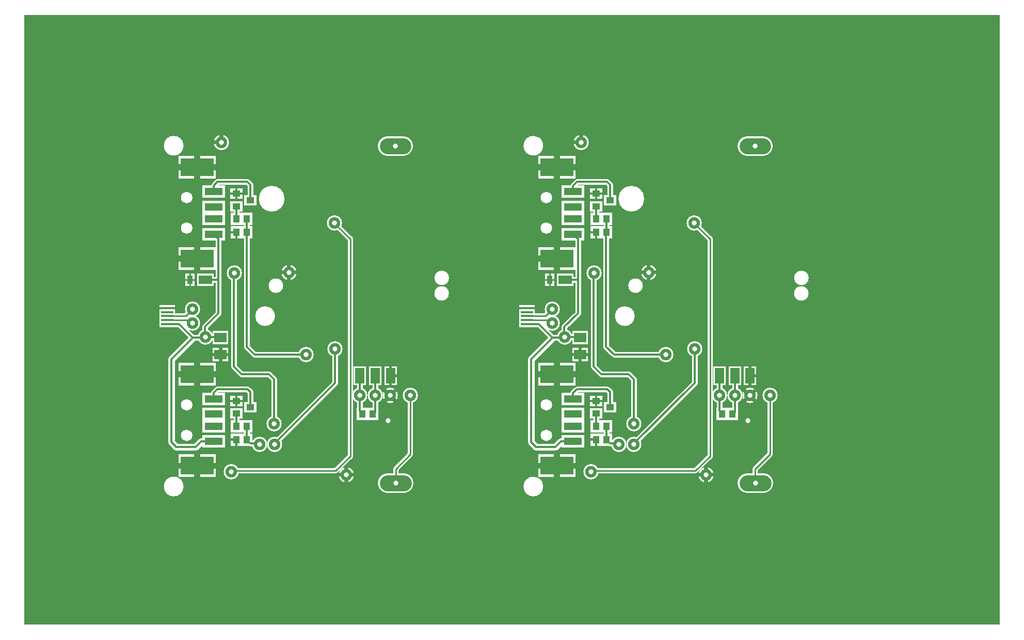
<source format=gbr>
%FSLAX34Y34*%
%MOMM*%
%LNCOPPER_BOTTOM*%
G71*
G01*
%ADD10C,0.000*%
%ADD11R,2.600X1.000*%
%ADD12C,2.500*%
%ADD13C,0.850*%
%ADD14C,3.200*%
%ADD15C,0.300*%
%ADD16R,3.800X2.000*%
%ADD17R,6.200X3.800*%
%ADD18C,1.100*%
%ADD19C,0.900*%
%ADD20R,2.020X1.820*%
%ADD21R,1.900X2.000*%
%ADD22R,2.100X3.100*%
%ADD23R,2.800X2.000*%
%ADD24R,1.500X2.000*%
%ADD25R,2.600X2.200*%
%ADD26C,0.400*%
%ADD27C,0.633*%
%ADD28C,1.000*%
%ADD29C,0.340*%
%ADD30C,0.367*%
%ADD31C,0.500*%
%ADD32C,0.533*%
%ADD33R,2.000X0.400*%
%ADD34R,1.600X2.100*%
%ADD35R,1.900X1.900*%
%ADD36R,1.900X1.800*%
%ADD37C,1.900*%
%ADD38C,0.250*%
%ADD39C,2.600*%
%ADD40R,3.000X1.200*%
%ADD41R,5.400X3.000*%
%ADD42R,1.220X1.020*%
%ADD43R,1.100X1.200*%
%ADD44R,1.500X2.500*%
%ADD45R,2.200X1.400*%
%ADD46R,0.900X1.400*%
%ADD47R,2.000X1.600*%
%ADD48C,0.800*%
%LPD*%
G36*
X-239400Y791200D02*
X1360600Y791200D01*
X1360600Y-208800D01*
X-239400Y-208800D01*
X-239400Y791200D01*
G37*
%LPC*%
G54D10*
G75*
G01X456515Y334760D02*
G03X456515Y334760I-11500J0D01*
G01*
G36*
G75*
G01X456515Y334760D02*
G03X456515Y334760I-11500J0D01*
G01*
G37*
X456515Y334760D01*
G54D10*
G75*
G01X456715Y360160D02*
G03X456715Y360160I-11500J0D01*
G01*
G36*
G75*
G01X456715Y360160D02*
G03X456715Y360160I-11500J0D01*
G01*
G37*
X456715Y360160D01*
G54D10*
G75*
G01X184615Y347460D02*
G03X184615Y347460I-11500J0D01*
G01*
G36*
G75*
G01X184615Y347460D02*
G03X184615Y347460I-11500J0D01*
G01*
G37*
X184615Y347460D01*
X-5250Y291092D02*
G54D11*
D03*
X-5250Y297592D02*
G54D11*
D03*
X-5250Y304092D02*
G54D11*
D03*
X-5250Y310592D02*
G54D11*
D03*
X-5250Y284592D02*
G54D11*
D03*
X36750Y309030D02*
G54D12*
D03*
X84000Y582638D02*
G54D12*
D03*
X57200Y263222D02*
G54D12*
D03*
X36450Y285930D02*
G54D12*
D03*
G54D13*
X-3250Y291092D02*
X31288Y291092D01*
X36450Y285930D01*
G54D13*
X-3250Y297592D02*
X25313Y297592D01*
X36750Y309030D01*
X269600Y450700D02*
G54D12*
D03*
X100000Y42400D02*
G54D12*
D03*
X270100Y243400D02*
G54D12*
D03*
X170700Y87000D02*
G54D12*
D03*
G54D13*
X269600Y450700D02*
X269600Y449800D01*
X295300Y424100D01*
X295300Y68000D01*
X270900Y43600D01*
X101200Y43600D01*
X100000Y42400D01*
G54D14*
X356700Y23400D02*
X382700Y23400D01*
G54D14*
X356200Y576200D02*
X382200Y576200D01*
X393900Y167200D02*
G54D12*
D03*
X360600Y167300D02*
G54D12*
D03*
X194500Y369300D02*
G54D12*
D03*
G54D15*
G75*
G01X20000Y577000D02*
G03X20000Y577000I-14500J0D01*
G01*
G36*
G75*
G01X20000Y577000D02*
G03X20000Y577000I-14500J0D01*
G01*
G37*
X20000Y577000D01*
G54D15*
G75*
G01X20000Y18000D02*
G03X20000Y18000I-14500J0D01*
G01*
G36*
G75*
G01X20000Y18000D02*
G03X20000Y18000I-14500J0D01*
G01*
G37*
X20000Y18000D01*
G54D15*
G75*
G01X170000Y297500D02*
G03X170000Y297500I-14500J0D01*
G01*
G36*
G75*
G01X170000Y297500D02*
G03X170000Y297500I-14500J0D01*
G01*
G37*
X170000Y297500D01*
G54D15*
G75*
G01X185700Y490100D02*
G03X185700Y490100I-19400J0D01*
G01*
G36*
G75*
G01X185700Y490100D02*
G03X185700Y490100I-19400J0D01*
G01*
G37*
X185700Y490100D01*
X288900Y37400D02*
G54D12*
D03*
G54D13*
X393900Y167200D02*
X393900Y70800D01*
X369600Y46500D01*
X369600Y23500D01*
X369700Y23400D01*
X70808Y476958D02*
G54D16*
D03*
X70808Y456958D02*
G54D16*
D03*
X70808Y431958D02*
G54D16*
D03*
X70808Y501958D02*
G54D16*
D03*
X43808Y541958D02*
G54D17*
D03*
X43808Y391958D02*
G54D17*
D03*
X70808Y136958D02*
G54D16*
D03*
X70808Y116958D02*
G54D16*
D03*
X70808Y91958D02*
G54D16*
D03*
X70808Y161958D02*
G54D16*
D03*
X43808Y201958D02*
G54D17*
D03*
X43808Y51958D02*
G54D17*
D03*
G54D18*
X36600Y262321D02*
X36600Y261700D01*
X1500Y226600D01*
X1500Y91000D01*
X9500Y83000D01*
X41500Y83000D01*
X50700Y92200D01*
X70566Y92200D01*
X70808Y91958D01*
G54D19*
X-5850Y284592D02*
X14330Y284592D01*
X36600Y262321D01*
X56300Y262322D01*
X57200Y263222D01*
G54D19*
X70808Y431958D02*
X78700Y424066D01*
X78700Y302300D01*
X56400Y280000D01*
X56400Y264022D01*
X57200Y263222D01*
G54D15*
G75*
G01X34616Y491958D02*
G03X34616Y491958I-7808J0D01*
G01*
G36*
G75*
G01X34616Y491958D02*
G03X34616Y491958I-7808J0D01*
G01*
G37*
X34616Y491958D01*
G54D15*
G75*
G01X34616Y441958D02*
G03X34616Y441958I-7808J0D01*
G01*
G36*
G75*
G01X34616Y441958D02*
G03X34616Y441958I-7808J0D01*
G01*
G37*
X34616Y441958D01*
G54D15*
G75*
G01X34616Y151958D02*
G03X34616Y151958I-7808J0D01*
G01*
G36*
G75*
G01X34616Y151958D02*
G03X34616Y151958I-7808J0D01*
G01*
G37*
X34616Y151958D01*
G54D15*
G75*
G01X34616Y101958D02*
G03X34616Y101958I-7808J0D01*
G01*
G36*
G75*
G01X34616Y101958D02*
G03X34616Y101958I-7808J0D01*
G01*
G37*
X34616Y101958D01*
X223000Y234300D02*
G54D12*
D03*
X131117Y487953D02*
G54D20*
D03*
X108217Y477753D02*
G54D20*
D03*
X108217Y498153D02*
G54D20*
D03*
X125413Y456914D02*
G54D21*
D03*
X108413Y456914D02*
G54D21*
D03*
X125413Y435014D02*
G54D21*
D03*
X108413Y435014D02*
G54D21*
D03*
G54D19*
X108413Y456914D02*
X108413Y477557D01*
X108217Y477753D01*
G54D19*
X125413Y435014D02*
X125413Y456914D01*
G54D19*
X223000Y234300D02*
X138000Y234300D01*
X124900Y247400D01*
X124900Y434501D01*
X125413Y435014D01*
G54D19*
X70808Y501958D02*
X70808Y511608D01*
X77200Y518000D01*
X126300Y518000D01*
X131100Y513200D01*
X131100Y487971D01*
X131117Y487953D01*
X131117Y147953D02*
G54D20*
D03*
X108217Y137753D02*
G54D20*
D03*
X108217Y158153D02*
G54D20*
D03*
X125413Y116914D02*
G54D21*
D03*
X108413Y116914D02*
G54D21*
D03*
X125413Y95014D02*
G54D21*
D03*
X108413Y95014D02*
G54D21*
D03*
G54D19*
X108413Y116914D02*
X108413Y137557D01*
X108217Y137753D01*
G54D19*
X125413Y95014D02*
X125413Y116914D01*
G54D19*
X70808Y161958D02*
X70808Y171608D01*
X77200Y178000D01*
X126300Y178000D01*
X131100Y173200D01*
X131100Y147971D01*
X131117Y147953D01*
X146100Y87300D02*
G54D12*
D03*
X311100Y167400D02*
G54D12*
D03*
X336000Y167200D02*
G54D12*
D03*
X332068Y137000D02*
G54D21*
D03*
X315068Y137000D02*
G54D21*
D03*
G54D19*
X336000Y167200D02*
X336000Y139932D01*
X333068Y137000D01*
G54D19*
X311100Y167400D02*
X311100Y141968D01*
X316068Y137000D01*
X310800Y199900D02*
G54D22*
D03*
X336400Y199700D02*
G54D22*
D03*
X361100Y199700D02*
G54D22*
D03*
G54D19*
X311100Y167400D02*
X311100Y199600D01*
X310800Y199900D01*
G54D19*
X336000Y167200D02*
X336000Y199100D01*
X335400Y199700D01*
X170500Y120600D02*
G54D12*
D03*
G54D19*
X270100Y243400D02*
X270100Y187900D01*
X170700Y88500D01*
G54D19*
X146100Y88800D02*
X131628Y88800D01*
X125413Y95014D01*
X104700Y367800D02*
G54D12*
D03*
G54D19*
X170500Y120600D02*
X170500Y193800D01*
X161700Y202600D01*
X116900Y202600D01*
X104500Y215000D01*
X104500Y359700D01*
X104700Y372100D01*
G36*
X36750Y309030D02*
X36750Y286230D01*
X36450Y285930D01*
X36450Y283850D01*
X25800Y273200D01*
X25722Y273200D01*
X14330Y284592D01*
X-5250Y284592D01*
X-5250Y297592D01*
X25313Y297592D01*
X36750Y309030D01*
G37*
G54D15*
X36750Y309030D02*
X36750Y286230D01*
X36450Y285930D01*
X36450Y283850D01*
X25800Y273200D01*
X25722Y273200D01*
X14330Y284592D01*
X-5250Y284592D01*
X-5250Y297592D01*
X25313Y297592D01*
X36750Y309030D01*
X57926Y356767D02*
G54D23*
D03*
X32526Y356767D02*
G54D24*
D03*
X82507Y234612D02*
G54D25*
D03*
X82508Y262612D02*
G54D25*
D03*
G54D19*
X57200Y263222D02*
X81898Y263222D01*
X82508Y262612D01*
G54D19*
X57926Y356767D02*
X78667Y356767D01*
X78700Y356800D01*
G54D10*
G75*
G01X1046515Y334760D02*
G03X1046515Y334760I-11500J0D01*
G01*
G36*
G75*
G01X1046515Y334760D02*
G03X1046515Y334760I-11500J0D01*
G01*
G37*
X1046515Y334760D01*
G54D10*
G75*
G01X1046715Y360160D02*
G03X1046715Y360160I-11500J0D01*
G01*
G36*
G75*
G01X1046715Y360160D02*
G03X1046715Y360160I-11500J0D01*
G01*
G37*
X1046715Y360160D01*
G54D10*
G75*
G01X774615Y347460D02*
G03X774615Y347460I-11500J0D01*
G01*
G36*
G75*
G01X774615Y347460D02*
G03X774615Y347460I-11500J0D01*
G01*
G37*
X774615Y347460D01*
X584750Y291092D02*
G54D11*
D03*
X584750Y297592D02*
G54D11*
D03*
X584750Y304092D02*
G54D11*
D03*
X584750Y310592D02*
G54D11*
D03*
X584750Y284592D02*
G54D11*
D03*
X626750Y309030D02*
G54D12*
D03*
X674000Y582638D02*
G54D12*
D03*
X647200Y263222D02*
G54D12*
D03*
X626450Y285930D02*
G54D12*
D03*
G54D13*
X586750Y291092D02*
X621288Y291092D01*
X626450Y285930D01*
G54D13*
X586750Y297592D02*
X615313Y297592D01*
X626750Y309030D01*
X859600Y450700D02*
G54D12*
D03*
X690000Y42400D02*
G54D12*
D03*
X860100Y243400D02*
G54D12*
D03*
X760700Y87000D02*
G54D12*
D03*
G54D13*
X859600Y450700D02*
X859600Y449800D01*
X885300Y424100D01*
X885300Y68000D01*
X860900Y43600D01*
X691200Y43600D01*
X690000Y42400D01*
G54D14*
X946700Y23400D02*
X972700Y23400D01*
G54D14*
X946200Y576200D02*
X972200Y576200D01*
X983900Y167200D02*
G54D12*
D03*
X950600Y167300D02*
G54D12*
D03*
X784500Y369300D02*
G54D12*
D03*
G54D15*
G75*
G01X610000Y577000D02*
G03X610000Y577000I-14500J0D01*
G01*
G36*
G75*
G01X610000Y577000D02*
G03X610000Y577000I-14500J0D01*
G01*
G37*
X610000Y577000D01*
G54D15*
G75*
G01X610000Y18000D02*
G03X610000Y18000I-14500J0D01*
G01*
G36*
G75*
G01X610000Y18000D02*
G03X610000Y18000I-14500J0D01*
G01*
G37*
X610000Y18000D01*
G54D15*
G75*
G01X760000Y297500D02*
G03X760000Y297500I-14500J0D01*
G01*
G36*
G75*
G01X760000Y297500D02*
G03X760000Y297500I-14500J0D01*
G01*
G37*
X760000Y297500D01*
G54D15*
G75*
G01X775700Y490100D02*
G03X775700Y490100I-19400J0D01*
G01*
G36*
G75*
G01X775700Y490100D02*
G03X775700Y490100I-19400J0D01*
G01*
G37*
X775700Y490100D01*
X878900Y37400D02*
G54D12*
D03*
G54D13*
X983900Y167200D02*
X983900Y70800D01*
X959600Y46500D01*
X959600Y23500D01*
X959700Y23400D01*
X660808Y476958D02*
G54D16*
D03*
X660808Y456958D02*
G54D16*
D03*
X660808Y431958D02*
G54D16*
D03*
X660808Y501958D02*
G54D16*
D03*
X633808Y541958D02*
G54D17*
D03*
X633808Y391958D02*
G54D17*
D03*
X660808Y136958D02*
G54D16*
D03*
X660808Y116958D02*
G54D16*
D03*
X660808Y91958D02*
G54D16*
D03*
X660808Y161958D02*
G54D16*
D03*
X633808Y201958D02*
G54D17*
D03*
X633808Y51958D02*
G54D17*
D03*
G54D18*
X626600Y262322D02*
X626600Y261700D01*
X591500Y226600D01*
X591500Y91000D01*
X599500Y83000D01*
X631500Y83000D01*
X640700Y92200D01*
X660566Y92200D01*
X660808Y91958D01*
G54D19*
X584150Y284592D02*
X604330Y284592D01*
X626600Y262322D01*
X646300Y262322D01*
X647200Y263222D01*
G54D19*
X660808Y431958D02*
X668700Y424066D01*
X668700Y302300D01*
X646400Y280000D01*
X646400Y264022D01*
X647200Y263222D01*
G54D15*
G75*
G01X624616Y491958D02*
G03X624616Y491958I-7808J0D01*
G01*
G36*
G75*
G01X624616Y491958D02*
G03X624616Y491958I-7808J0D01*
G01*
G37*
X624616Y491958D01*
G54D15*
G75*
G01X624616Y441958D02*
G03X624616Y441958I-7808J0D01*
G01*
G36*
G75*
G01X624616Y441958D02*
G03X624616Y441958I-7808J0D01*
G01*
G37*
X624616Y441958D01*
G54D15*
G75*
G01X624616Y151958D02*
G03X624616Y151958I-7808J0D01*
G01*
G36*
G75*
G01X624616Y151958D02*
G03X624616Y151958I-7808J0D01*
G01*
G37*
X624616Y151958D01*
G54D15*
G75*
G01X624616Y101958D02*
G03X624616Y101958I-7808J0D01*
G01*
G36*
G75*
G01X624616Y101958D02*
G03X624616Y101958I-7808J0D01*
G01*
G37*
X624616Y101958D01*
X813000Y234300D02*
G54D12*
D03*
X721117Y487953D02*
G54D20*
D03*
X698217Y477753D02*
G54D20*
D03*
X698217Y498153D02*
G54D20*
D03*
X715413Y456914D02*
G54D21*
D03*
X698413Y456914D02*
G54D21*
D03*
X715413Y435014D02*
G54D21*
D03*
X698413Y435014D02*
G54D21*
D03*
G54D19*
X698413Y456914D02*
X698413Y477557D01*
X698217Y477753D01*
G54D19*
X715413Y435014D02*
X715413Y456914D01*
G54D19*
X813000Y234300D02*
X728000Y234300D01*
X714900Y247400D01*
X714900Y434501D01*
X715413Y435014D01*
G54D19*
X660808Y501958D02*
X660808Y511608D01*
X667200Y518000D01*
X716300Y518000D01*
X721100Y513200D01*
X721100Y487971D01*
X721117Y487953D01*
X721117Y147953D02*
G54D20*
D03*
X698217Y137753D02*
G54D20*
D03*
X698217Y158153D02*
G54D20*
D03*
X715413Y116914D02*
G54D21*
D03*
X698413Y116914D02*
G54D21*
D03*
X715413Y95014D02*
G54D21*
D03*
X698413Y95014D02*
G54D21*
D03*
G54D19*
X698413Y116914D02*
X698413Y137557D01*
X698217Y137753D01*
G54D19*
X715413Y95014D02*
X715413Y116914D01*
G54D19*
X660808Y161958D02*
X660808Y171608D01*
X667200Y178000D01*
X716300Y178000D01*
X721100Y173200D01*
X721100Y147971D01*
X721117Y147954D01*
X736100Y87300D02*
G54D12*
D03*
X901100Y167400D02*
G54D12*
D03*
X926000Y167200D02*
G54D12*
D03*
X922068Y137000D02*
G54D21*
D03*
X905068Y137000D02*
G54D21*
D03*
G54D19*
X926000Y167200D02*
X926000Y139932D01*
X923068Y137000D01*
G54D19*
X901100Y167400D02*
X901100Y141968D01*
X906068Y137000D01*
X900800Y199900D02*
G54D22*
D03*
X926400Y199700D02*
G54D22*
D03*
X951100Y199700D02*
G54D22*
D03*
G54D19*
X901100Y167400D02*
X901100Y199600D01*
X900800Y199900D01*
G54D19*
X926000Y167200D02*
X926000Y199100D01*
X925400Y199700D01*
X760500Y120600D02*
G54D12*
D03*
G54D19*
X860100Y243400D02*
X860100Y187900D01*
X760700Y88500D01*
G54D19*
X736100Y88800D02*
X721628Y88800D01*
X715413Y95014D01*
X694700Y367800D02*
G54D12*
D03*
G54D19*
X760500Y120600D02*
X760500Y193800D01*
X751700Y202600D01*
X706900Y202600D01*
X694500Y215000D01*
X694500Y359700D01*
X694700Y372100D01*
G36*
X626750Y309030D02*
X626750Y286230D01*
X626450Y285930D01*
X626450Y283850D01*
X615800Y273200D01*
X615722Y273200D01*
X604330Y284592D01*
X584750Y284592D01*
X584750Y297592D01*
X615313Y297592D01*
X626750Y309030D01*
G37*
G54D15*
X626750Y309030D02*
X626750Y286230D01*
X626450Y285930D01*
X626450Y283850D01*
X615800Y273200D01*
X615722Y273200D01*
X604330Y284592D01*
X584750Y284592D01*
X584750Y297592D01*
X615313Y297592D01*
X626750Y309030D01*
X647926Y356767D02*
G54D23*
D03*
X622526Y356767D02*
G54D24*
D03*
X672507Y234612D02*
G54D25*
D03*
X672508Y262612D02*
G54D25*
D03*
G54D19*
X647200Y263222D02*
X671898Y263222D01*
X672508Y262612D01*
G54D19*
X647926Y356767D02*
X668667Y356767D01*
X668700Y356800D01*
%LPD*%
G54D26*
G36*
X-5250Y308592D02*
X-18750Y308592D01*
X-18750Y312592D01*
X-5250Y312592D01*
X-5250Y308592D01*
G37*
G36*
X-5250Y312592D02*
X8250Y312592D01*
X8250Y308592D01*
X-5250Y308592D01*
X-5250Y312592D01*
G37*
G54D27*
G36*
X80833Y582638D02*
X80833Y595638D01*
X87167Y595638D01*
X87167Y582638D01*
X80833Y582638D01*
G37*
G36*
X84000Y579471D02*
X71000Y579471D01*
X71000Y585805D01*
X84000Y585805D01*
X84000Y579471D01*
G37*
G54D27*
G36*
X358361Y169539D02*
X367553Y178732D01*
X372031Y174253D01*
X362839Y165061D01*
X358361Y169539D01*
G37*
G36*
X362839Y169539D02*
X372031Y160347D01*
X367553Y155868D01*
X358361Y165061D01*
X362839Y169539D01*
G37*
G36*
X362839Y165061D02*
X353647Y155868D01*
X349168Y160347D01*
X358361Y169539D01*
X362839Y165061D01*
G37*
G36*
X358361Y165061D02*
X349168Y174253D01*
X353647Y178732D01*
X362839Y169539D01*
X358361Y165061D01*
G37*
G54D27*
G36*
X191333Y369300D02*
X191333Y382300D01*
X197666Y382300D01*
X197666Y369300D01*
X191333Y369300D01*
G37*
G36*
X194500Y372467D02*
X207500Y372467D01*
X207500Y366133D01*
X194500Y366133D01*
X194500Y372467D01*
G37*
G36*
X197666Y369300D02*
X197666Y356300D01*
X191333Y356300D01*
X191333Y369300D01*
X197666Y369300D01*
G37*
G36*
X194500Y366133D02*
X181500Y366133D01*
X181500Y372467D01*
X194500Y372467D01*
X194500Y366133D01*
G37*
G54D27*
G36*
X285733Y37400D02*
X285733Y50400D01*
X292067Y50400D01*
X292067Y37400D01*
X285733Y37400D01*
G37*
G36*
X288900Y40567D02*
X301900Y40567D01*
X301900Y34233D01*
X288900Y34233D01*
X288900Y40567D01*
G37*
G36*
X292067Y37400D02*
X292067Y24400D01*
X285733Y24400D01*
X285733Y37400D01*
X292067Y37400D01*
G37*
G36*
X288900Y34233D02*
X275900Y34233D01*
X275900Y40567D01*
X288900Y40567D01*
X288900Y34233D01*
G37*
G54D28*
G36*
X43808Y546958D02*
X75308Y546958D01*
X75308Y536958D01*
X43808Y536958D01*
X43808Y546958D01*
G37*
G36*
X48808Y541958D02*
X48808Y522458D01*
X38808Y522458D01*
X38808Y541958D01*
X48808Y541958D01*
G37*
G36*
X43808Y536958D02*
X12308Y536958D01*
X12308Y546958D01*
X43808Y546958D01*
X43808Y536958D01*
G37*
G36*
X38808Y541958D02*
X38808Y561458D01*
X48808Y561458D01*
X48808Y541958D01*
X38808Y541958D01*
G37*
G54D28*
G36*
X48808Y391958D02*
X48808Y372458D01*
X38808Y372458D01*
X38808Y391958D01*
X48808Y391958D01*
G37*
G36*
X43808Y386958D02*
X12308Y386958D01*
X12308Y396958D01*
X43808Y396958D01*
X43808Y386958D01*
G37*
G36*
X38808Y391958D02*
X38808Y411458D01*
X48808Y411458D01*
X48808Y391958D01*
X38808Y391958D01*
G37*
G54D28*
G36*
X43808Y206958D02*
X75308Y206958D01*
X75308Y196958D01*
X43808Y196958D01*
X43808Y206958D01*
G37*
G36*
X48808Y201958D02*
X48808Y182458D01*
X38808Y182458D01*
X38808Y201958D01*
X48808Y201958D01*
G37*
G36*
X43808Y196958D02*
X12308Y196958D01*
X12308Y206958D01*
X43808Y206958D01*
X43808Y196958D01*
G37*
G36*
X38808Y201958D02*
X38807Y221458D01*
X48807Y221458D01*
X48808Y201958D01*
X38808Y201958D01*
G37*
G54D28*
G36*
X43808Y56958D02*
X75308Y56958D01*
X75308Y46958D01*
X43808Y46958D01*
X43808Y56958D01*
G37*
G36*
X48808Y51958D02*
X48808Y32458D01*
X38808Y32458D01*
X38808Y51958D01*
X48808Y51958D01*
G37*
G36*
X43808Y46958D02*
X12308Y46958D01*
X12308Y56958D01*
X43808Y56958D01*
X43808Y46958D01*
G37*
G36*
X38808Y51958D02*
X38808Y71458D01*
X48808Y71458D01*
X48808Y51958D01*
X38808Y51958D01*
G37*
G54D29*
G36*
X108217Y496453D02*
X97617Y496453D01*
X97617Y499853D01*
X108217Y499853D01*
X108217Y496453D01*
G37*
G36*
X106517Y498153D02*
X106517Y507753D01*
X109917Y507753D01*
X109917Y498153D01*
X106517Y498153D01*
G37*
G36*
X108217Y499853D02*
X118817Y499853D01*
X118817Y496453D01*
X108217Y496453D01*
X108217Y499853D01*
G37*
G36*
X109917Y498153D02*
X109917Y488553D01*
X106517Y488553D01*
X106517Y498153D01*
X109917Y498153D01*
G37*
G54D30*
G36*
X110247Y435014D02*
X110247Y424514D01*
X106580Y424514D01*
X106580Y435014D01*
X110247Y435014D01*
G37*
G36*
X108413Y433181D02*
X98413Y433181D01*
X98413Y436848D01*
X108413Y436848D01*
X108413Y433181D01*
G37*
G54D29*
G36*
X108217Y156453D02*
X97617Y156453D01*
X97617Y159853D01*
X108217Y159853D01*
X108217Y156453D01*
G37*
G36*
X106517Y158153D02*
X106517Y167753D01*
X109917Y167753D01*
X109917Y158153D01*
X106517Y158153D01*
G37*
G36*
X108217Y159853D02*
X118817Y159854D01*
X118817Y156454D01*
X108217Y156453D01*
X108217Y159853D01*
G37*
G36*
X109917Y158153D02*
X109917Y148553D01*
X106517Y148553D01*
X106517Y158153D01*
X109917Y158153D01*
G37*
G54D30*
G36*
X110247Y95014D02*
X110247Y84514D01*
X106580Y84514D01*
X106580Y95014D01*
X110247Y95014D01*
G37*
G36*
X108413Y93181D02*
X98413Y93181D01*
X98413Y96848D01*
X108413Y96848D01*
X108413Y93181D01*
G37*
G54D31*
G36*
X358600Y199700D02*
X358600Y215700D01*
X363600Y215700D01*
X363600Y199700D01*
X358600Y199700D01*
G37*
G36*
X361100Y202200D02*
X372100Y202200D01*
X372100Y197200D01*
X361100Y197200D01*
X361100Y202200D01*
G37*
G36*
X363600Y199700D02*
X363600Y183700D01*
X358600Y183700D01*
X358600Y199700D01*
X363600Y199700D01*
G37*
G54D15*
G36*
X34026Y356767D02*
X34026Y346267D01*
X31026Y346267D01*
X31026Y356767D01*
X34026Y356767D01*
G37*
G36*
X32526Y355267D02*
X24526Y355267D01*
X24526Y358267D01*
X32526Y358267D01*
X32526Y355267D01*
G37*
G36*
X31026Y356767D02*
X31026Y367267D01*
X34026Y367267D01*
X34026Y356767D01*
X31026Y356767D01*
G37*
G36*
X32526Y358267D02*
X40526Y358267D01*
X40526Y355267D01*
X32526Y355267D01*
X32526Y358267D01*
G37*
G54D32*
G36*
X82507Y231946D02*
X69007Y231946D01*
X69007Y237279D01*
X82507Y237279D01*
X82507Y231946D01*
G37*
G36*
X79840Y234612D02*
X79840Y246112D01*
X85173Y246112D01*
X85173Y234612D01*
X79840Y234612D01*
G37*
G36*
X82507Y237279D02*
X96007Y237279D01*
X96007Y231946D01*
X82507Y231946D01*
X82507Y237279D01*
G37*
G36*
X85173Y234612D02*
X85173Y223112D01*
X79840Y223112D01*
X79840Y234612D01*
X85173Y234612D01*
G37*
G54D26*
G36*
X584750Y308592D02*
X571250Y308592D01*
X571250Y312592D01*
X584750Y312592D01*
X584750Y308592D01*
G37*
G36*
X584750Y312592D02*
X598250Y312592D01*
X598250Y308592D01*
X584750Y308592D01*
X584750Y312592D01*
G37*
G54D27*
G36*
X670833Y582638D02*
X670833Y595638D01*
X677167Y595638D01*
X677167Y582638D01*
X670833Y582638D01*
G37*
G36*
X674000Y579471D02*
X661000Y579471D01*
X661000Y585805D01*
X674000Y585805D01*
X674000Y579471D01*
G37*
G54D27*
G36*
X948361Y169539D02*
X957553Y178732D01*
X962031Y174253D01*
X952839Y165061D01*
X948361Y169539D01*
G37*
G36*
X952839Y169539D02*
X962031Y160347D01*
X957553Y155868D01*
X948361Y165061D01*
X952839Y169539D01*
G37*
G36*
X952839Y165061D02*
X943647Y155868D01*
X939168Y160347D01*
X948361Y169539D01*
X952839Y165061D01*
G37*
G36*
X948361Y165061D02*
X939168Y174253D01*
X943647Y178732D01*
X952839Y169539D01*
X948361Y165061D01*
G37*
G54D27*
G36*
X781333Y369300D02*
X781333Y382300D01*
X787667Y382300D01*
X787667Y369300D01*
X781333Y369300D01*
G37*
G36*
X784500Y372467D02*
X797500Y372467D01*
X797500Y366133D01*
X784500Y366133D01*
X784500Y372467D01*
G37*
G36*
X787667Y369300D02*
X787667Y356300D01*
X781333Y356300D01*
X781333Y369300D01*
X787667Y369300D01*
G37*
G36*
X784500Y366133D02*
X771500Y366133D01*
X771500Y372467D01*
X784500Y372467D01*
X784500Y366133D01*
G37*
G54D27*
G36*
X875733Y37400D02*
X875733Y50400D01*
X882067Y50400D01*
X882067Y37400D01*
X875733Y37400D01*
G37*
G36*
X878900Y40567D02*
X891900Y40567D01*
X891900Y34233D01*
X878900Y34233D01*
X878900Y40567D01*
G37*
G36*
X882067Y37400D02*
X882067Y24400D01*
X875733Y24400D01*
X875733Y37400D01*
X882067Y37400D01*
G37*
G36*
X878900Y34233D02*
X865900Y34233D01*
X865900Y40567D01*
X878900Y40567D01*
X878900Y34233D01*
G37*
G54D28*
G36*
X633808Y546958D02*
X665308Y546958D01*
X665308Y536958D01*
X633808Y536958D01*
X633808Y546958D01*
G37*
G36*
X638808Y541958D02*
X638808Y522458D01*
X628808Y522458D01*
X628808Y541958D01*
X638808Y541958D01*
G37*
G36*
X633808Y536958D02*
X602308Y536958D01*
X602308Y546958D01*
X633808Y546958D01*
X633808Y536958D01*
G37*
G36*
X628808Y541958D02*
X628808Y561458D01*
X638808Y561458D01*
X638808Y541958D01*
X628808Y541958D01*
G37*
G54D28*
G36*
X638808Y391958D02*
X638808Y372458D01*
X628808Y372458D01*
X628808Y391958D01*
X638808Y391958D01*
G37*
G36*
X633808Y386958D02*
X602308Y386958D01*
X602308Y396958D01*
X633808Y396958D01*
X633808Y386958D01*
G37*
G36*
X628808Y391958D02*
X628808Y411458D01*
X638808Y411458D01*
X638808Y391958D01*
X628808Y391958D01*
G37*
G54D28*
G36*
X633808Y206958D02*
X665308Y206958D01*
X665308Y196958D01*
X633808Y196958D01*
X633808Y206958D01*
G37*
G36*
X638808Y201958D02*
X638808Y182458D01*
X628808Y182458D01*
X628808Y201958D01*
X638808Y201958D01*
G37*
G36*
X633808Y196958D02*
X602308Y196958D01*
X602308Y206958D01*
X633808Y206958D01*
X633808Y196958D01*
G37*
G36*
X628808Y201958D02*
X628808Y221458D01*
X638808Y221458D01*
X638808Y201958D01*
X628808Y201958D01*
G37*
G54D28*
G36*
X633808Y56958D02*
X665308Y56958D01*
X665308Y46958D01*
X633808Y46958D01*
X633808Y56958D01*
G37*
G36*
X638808Y51958D02*
X638808Y32458D01*
X628808Y32458D01*
X628808Y51958D01*
X638808Y51958D01*
G37*
G36*
X633808Y46958D02*
X602308Y46958D01*
X602308Y56958D01*
X633808Y56958D01*
X633808Y46958D01*
G37*
G36*
X628808Y51958D02*
X628808Y71458D01*
X638808Y71458D01*
X638808Y51958D01*
X628808Y51958D01*
G37*
G54D29*
G36*
X698217Y496453D02*
X687617Y496453D01*
X687617Y499853D01*
X698217Y499853D01*
X698217Y496453D01*
G37*
G36*
X696517Y498153D02*
X696517Y507753D01*
X699917Y507753D01*
X699917Y498153D01*
X696517Y498153D01*
G37*
G36*
X698217Y499853D02*
X708817Y499853D01*
X708817Y496453D01*
X698217Y496453D01*
X698217Y499853D01*
G37*
G36*
X699917Y498153D02*
X699917Y488553D01*
X696517Y488553D01*
X696517Y498153D01*
X699917Y498153D01*
G37*
G54D30*
G36*
X700247Y435014D02*
X700247Y424514D01*
X696580Y424514D01*
X696580Y435014D01*
X700247Y435014D01*
G37*
G36*
X698413Y433181D02*
X688413Y433181D01*
X688413Y436848D01*
X698413Y436848D01*
X698413Y433181D01*
G37*
G54D29*
G36*
X698217Y156453D02*
X687617Y156453D01*
X687617Y159853D01*
X698217Y159853D01*
X698217Y156453D01*
G37*
G36*
X696517Y158153D02*
X696517Y167753D01*
X699917Y167753D01*
X699917Y158153D01*
X696517Y158153D01*
G37*
G36*
X698217Y159853D02*
X708817Y159854D01*
X708817Y156454D01*
X698217Y156453D01*
X698217Y159853D01*
G37*
G36*
X699917Y158153D02*
X699917Y148553D01*
X696517Y148553D01*
X696517Y158153D01*
X699917Y158153D01*
G37*
G54D30*
G36*
X700247Y95014D02*
X700247Y84514D01*
X696580Y84514D01*
X696580Y95014D01*
X700247Y95014D01*
G37*
G36*
X698413Y93181D02*
X688413Y93181D01*
X688413Y96848D01*
X698413Y96848D01*
X698413Y93181D01*
G37*
G54D31*
G36*
X948600Y199700D02*
X948600Y215700D01*
X953600Y215700D01*
X953600Y199700D01*
X948600Y199700D01*
G37*
G36*
X951100Y202200D02*
X962100Y202200D01*
X962100Y197200D01*
X951100Y197200D01*
X951100Y202200D01*
G37*
G36*
X953600Y199700D02*
X953600Y183700D01*
X948600Y183700D01*
X948600Y199700D01*
X953600Y199700D01*
G37*
G54D15*
G36*
X624026Y356767D02*
X624026Y346267D01*
X621026Y346267D01*
X621026Y356767D01*
X624026Y356767D01*
G37*
G36*
X622526Y355267D02*
X614526Y355267D01*
X614526Y358267D01*
X622526Y358267D01*
X622526Y355267D01*
G37*
G36*
X621026Y356767D02*
X621026Y367267D01*
X624026Y367267D01*
X624026Y356767D01*
X621026Y356767D01*
G37*
G36*
X622526Y358267D02*
X630526Y358267D01*
X630526Y355267D01*
X622526Y355267D01*
X622526Y358267D01*
G37*
G54D32*
G36*
X672507Y231946D02*
X659007Y231946D01*
X659007Y237279D01*
X672507Y237279D01*
X672507Y231946D01*
G37*
G36*
X669840Y234612D02*
X669840Y246112D01*
X675173Y246112D01*
X675173Y234612D01*
X669840Y234612D01*
G37*
G36*
X672507Y237279D02*
X686007Y237279D01*
X686007Y231946D01*
X672507Y231946D01*
X672507Y237279D01*
G37*
G36*
X675173Y234612D02*
X675173Y223112D01*
X669840Y223112D01*
X669840Y234612D01*
X675173Y234612D01*
G37*
X-5250Y291092D02*
G54D33*
D03*
X-5250Y297592D02*
G54D33*
D03*
X-5250Y304092D02*
G54D33*
D03*
X-5250Y310592D02*
G54D33*
D03*
X-5250Y284592D02*
G54D33*
D03*
X-7150Y328592D02*
G54D34*
D03*
X-7150Y266592D02*
G54D34*
D03*
X-32650Y309592D02*
G54D35*
D03*
X-32650Y285592D02*
G54D35*
D03*
X-32650Y335592D02*
G54D36*
D03*
X-32650Y259592D02*
G54D36*
D03*
X36750Y309030D02*
G54D37*
D03*
X84000Y582638D02*
G54D37*
D03*
X57200Y263222D02*
G54D37*
D03*
X36450Y285930D02*
G54D37*
D03*
G54D38*
X-3250Y291092D02*
X31288Y291092D01*
X36450Y285930D01*
G54D38*
X-3250Y297592D02*
X25313Y297592D01*
X36750Y309030D01*
X269600Y450700D02*
G54D37*
D03*
X100000Y42400D02*
G54D37*
D03*
X270100Y243400D02*
G54D37*
D03*
X170700Y87000D02*
G54D37*
D03*
G54D38*
X269600Y450700D02*
X269600Y449800D01*
X295300Y424100D01*
X295300Y68000D01*
X270900Y43600D01*
X101200Y43600D01*
X100000Y42400D01*
X357400Y126100D02*
G54D37*
D03*
G54D39*
X356700Y23400D02*
X382700Y23400D01*
G54D39*
X356200Y576200D02*
X382200Y576200D01*
X393900Y167200D02*
G54D37*
D03*
X360600Y167300D02*
G54D37*
D03*
X194500Y369300D02*
G54D37*
D03*
X288900Y37400D02*
G54D37*
D03*
G54D38*
X393900Y167200D02*
X393900Y70800D01*
X369600Y46500D01*
X369600Y23500D01*
X369700Y23400D01*
X70808Y476958D02*
G54D40*
D03*
X70808Y456958D02*
G54D40*
D03*
X70808Y431958D02*
G54D40*
D03*
X70808Y501958D02*
G54D40*
D03*
X43808Y541958D02*
G54D41*
D03*
X43808Y391958D02*
G54D41*
D03*
X70808Y136958D02*
G54D40*
D03*
X70808Y116958D02*
G54D40*
D03*
X70808Y91958D02*
G54D40*
D03*
X70808Y161958D02*
G54D40*
D03*
X43808Y201958D02*
G54D41*
D03*
X43808Y51958D02*
G54D41*
D03*
G54D15*
X36600Y262321D02*
X36600Y261700D01*
X1500Y226600D01*
X1500Y91000D01*
X9500Y83000D01*
X41500Y83000D01*
X50700Y92200D01*
X70566Y92200D01*
X70808Y91958D01*
G54D15*
X-5850Y284592D02*
X14330Y284592D01*
X36600Y262321D01*
X56300Y262322D01*
X57200Y263222D01*
G54D15*
X70808Y431958D02*
X78700Y424066D01*
X78700Y302300D01*
X56400Y280000D01*
X56400Y264022D01*
X57200Y263222D01*
X223000Y234300D02*
G54D37*
D03*
X131117Y487953D02*
G54D42*
D03*
X108217Y477753D02*
G54D42*
D03*
X108217Y498153D02*
G54D42*
D03*
X125413Y456914D02*
G54D43*
D03*
X108413Y456914D02*
G54D43*
D03*
X125413Y435014D02*
G54D43*
D03*
X108413Y435014D02*
G54D43*
D03*
G54D15*
X108413Y456914D02*
X108413Y477557D01*
X108217Y477753D01*
G54D15*
X125413Y435014D02*
X125413Y456914D01*
G54D15*
X223000Y234300D02*
X138000Y234300D01*
X124900Y247400D01*
X124900Y434501D01*
X125413Y435014D01*
G54D15*
X70808Y501958D02*
X70808Y511608D01*
X77200Y518000D01*
X126300Y518000D01*
X131100Y513200D01*
X131100Y487971D01*
X131117Y487953D01*
X131117Y147953D02*
G54D42*
D03*
X108217Y137753D02*
G54D42*
D03*
X108217Y158153D02*
G54D42*
D03*
X125413Y116914D02*
G54D43*
D03*
X108413Y116914D02*
G54D43*
D03*
X125413Y95014D02*
G54D43*
D03*
X108413Y95014D02*
G54D43*
D03*
G54D15*
X108413Y116914D02*
X108413Y137557D01*
X108217Y137753D01*
G54D15*
X125413Y95014D02*
X125413Y116914D01*
G54D15*
X70808Y161958D02*
X70808Y171608D01*
X77200Y178000D01*
X126300Y178000D01*
X131100Y173200D01*
X131100Y147971D01*
X131117Y147953D01*
X146100Y87300D02*
G54D37*
D03*
X311100Y167400D02*
G54D37*
D03*
X336000Y167200D02*
G54D37*
D03*
X332068Y137000D02*
G54D43*
D03*
X315068Y137000D02*
G54D43*
D03*
G54D15*
X336000Y167200D02*
X336000Y139932D01*
X333068Y137000D01*
G54D15*
X311100Y167400D02*
X311100Y141968D01*
X316068Y137000D01*
X310800Y199900D02*
G54D44*
D03*
X336400Y199700D02*
G54D44*
D03*
X361100Y199700D02*
G54D44*
D03*
G54D15*
X311100Y167400D02*
X311100Y199600D01*
X310800Y199900D01*
G54D15*
X336000Y167200D02*
X336000Y199100D01*
X335400Y199700D01*
X170500Y120600D02*
G54D37*
D03*
G54D15*
X270100Y243400D02*
X270100Y187900D01*
X170700Y88500D01*
G54D15*
X146100Y88800D02*
X131628Y88800D01*
X125413Y95014D01*
X104700Y367800D02*
G54D37*
D03*
G54D15*
X170500Y120600D02*
X170500Y193800D01*
X161700Y202600D01*
X116900Y202600D01*
X104500Y215000D01*
X104500Y359700D01*
X104700Y372100D01*
X57926Y356767D02*
G54D45*
D03*
X32526Y356767D02*
G54D46*
D03*
X82507Y234612D02*
G54D47*
D03*
X82508Y262612D02*
G54D47*
D03*
G54D15*
X57200Y263222D02*
X81898Y263222D01*
X82508Y262612D01*
G54D15*
X57926Y356767D02*
X78667Y356767D01*
X78700Y356800D01*
X584750Y291092D02*
G54D33*
D03*
X584750Y297592D02*
G54D33*
D03*
X584750Y304092D02*
G54D33*
D03*
X584750Y310592D02*
G54D33*
D03*
X584750Y284592D02*
G54D33*
D03*
X582850Y328592D02*
G54D34*
D03*
X582850Y266592D02*
G54D34*
D03*
X557350Y309592D02*
G54D35*
D03*
X557350Y285592D02*
G54D35*
D03*
X557350Y335592D02*
G54D36*
D03*
X557350Y259592D02*
G54D36*
D03*
X626750Y309030D02*
G54D37*
D03*
X674000Y582638D02*
G54D37*
D03*
X647200Y263222D02*
G54D37*
D03*
X626450Y285930D02*
G54D37*
D03*
G54D38*
X586750Y291092D02*
X621288Y291092D01*
X626450Y285930D01*
G54D38*
X586750Y297592D02*
X615313Y297592D01*
X626750Y309030D01*
X859600Y450700D02*
G54D37*
D03*
X690000Y42400D02*
G54D37*
D03*
X860100Y243400D02*
G54D37*
D03*
X760700Y87000D02*
G54D37*
D03*
G54D38*
X859600Y450700D02*
X859600Y449800D01*
X885300Y424100D01*
X885300Y68000D01*
X860900Y43600D01*
X691200Y43600D01*
X690000Y42400D01*
X947400Y126100D02*
G54D37*
D03*
G54D39*
X946700Y23400D02*
X972700Y23400D01*
G54D39*
X946200Y576200D02*
X972200Y576200D01*
X983900Y167200D02*
G54D37*
D03*
X950600Y167300D02*
G54D37*
D03*
X784500Y369300D02*
G54D37*
D03*
X878900Y37400D02*
G54D37*
D03*
G54D38*
X983900Y167200D02*
X983900Y70800D01*
X959600Y46500D01*
X959600Y23500D01*
X959700Y23400D01*
X660808Y476958D02*
G54D40*
D03*
X660808Y456958D02*
G54D40*
D03*
X660808Y431958D02*
G54D40*
D03*
X660808Y501958D02*
G54D40*
D03*
X633808Y541958D02*
G54D41*
D03*
X633808Y391958D02*
G54D41*
D03*
X660808Y136958D02*
G54D40*
D03*
X660808Y116958D02*
G54D40*
D03*
X660808Y91958D02*
G54D40*
D03*
X660808Y161958D02*
G54D40*
D03*
X633808Y201958D02*
G54D41*
D03*
X633808Y51958D02*
G54D41*
D03*
G54D15*
X626600Y262322D02*
X626600Y261700D01*
X591500Y226600D01*
X591500Y91000D01*
X599500Y83000D01*
X631500Y83000D01*
X640700Y92200D01*
X660566Y92200D01*
X660808Y91958D01*
G54D15*
X584150Y284592D02*
X604330Y284592D01*
X626600Y262322D01*
X646300Y262322D01*
X647200Y263222D01*
G54D15*
X660808Y431958D02*
X668700Y424066D01*
X668700Y302300D01*
X646400Y280000D01*
X646400Y264022D01*
X647200Y263222D01*
X813000Y234300D02*
G54D37*
D03*
X721117Y487953D02*
G54D42*
D03*
X698217Y477753D02*
G54D42*
D03*
X698217Y498153D02*
G54D42*
D03*
X715413Y456914D02*
G54D43*
D03*
X698413Y456914D02*
G54D43*
D03*
X715413Y435014D02*
G54D43*
D03*
X698413Y435014D02*
G54D43*
D03*
G54D15*
X698413Y456914D02*
X698413Y477557D01*
X698217Y477753D01*
G54D15*
X715413Y435014D02*
X715413Y456914D01*
G54D15*
X813000Y234300D02*
X728000Y234300D01*
X714900Y247400D01*
X714900Y434501D01*
X715413Y435014D01*
G54D15*
X660808Y501958D02*
X660808Y511608D01*
X667200Y518000D01*
X716300Y518000D01*
X721100Y513200D01*
X721100Y487971D01*
X721117Y487953D01*
X721117Y147953D02*
G54D42*
D03*
X698217Y137753D02*
G54D42*
D03*
X698217Y158153D02*
G54D42*
D03*
X715413Y116914D02*
G54D43*
D03*
X698413Y116914D02*
G54D43*
D03*
X715413Y95014D02*
G54D43*
D03*
X698413Y95014D02*
G54D43*
D03*
G54D15*
X698413Y116914D02*
X698413Y137557D01*
X698217Y137753D01*
G54D15*
X715413Y95014D02*
X715413Y116914D01*
G54D15*
X660808Y161958D02*
X660808Y171608D01*
X667200Y178000D01*
X716300Y178000D01*
X721100Y173200D01*
X721100Y147971D01*
X721117Y147954D01*
X736100Y87300D02*
G54D37*
D03*
X901100Y167400D02*
G54D37*
D03*
X926000Y167200D02*
G54D37*
D03*
X922068Y137000D02*
G54D43*
D03*
X905068Y137000D02*
G54D43*
D03*
G54D15*
X926000Y167200D02*
X926000Y139932D01*
X923068Y137000D01*
G54D15*
X901100Y167400D02*
X901100Y141968D01*
X906068Y137000D01*
X900800Y199900D02*
G54D44*
D03*
X926400Y199700D02*
G54D44*
D03*
X951100Y199700D02*
G54D44*
D03*
G54D15*
X901100Y167400D02*
X901100Y199600D01*
X900800Y199900D01*
G54D15*
X926000Y167200D02*
X926000Y199100D01*
X925400Y199700D01*
X760500Y120600D02*
G54D37*
D03*
G54D15*
X860100Y243400D02*
X860100Y187900D01*
X760700Y88500D01*
G54D15*
X736100Y88800D02*
X721628Y88800D01*
X715413Y95014D01*
X694700Y367800D02*
G54D37*
D03*
G54D15*
X760500Y120600D02*
X760500Y193800D01*
X751700Y202600D01*
X706900Y202600D01*
X694500Y215000D01*
X694500Y359700D01*
X694700Y372100D01*
X647926Y356767D02*
G54D45*
D03*
X622526Y356767D02*
G54D46*
D03*
X672507Y234612D02*
G54D47*
D03*
X672508Y262612D02*
G54D47*
D03*
G54D15*
X647200Y263222D02*
X671898Y263222D01*
X672508Y262612D01*
G54D15*
X647926Y356767D02*
X668667Y356767D01*
X668700Y356800D01*
%LNAUGENFREISTANZEN*%
%LPC*%
X36750Y309030D02*
G54D48*
D03*
X84000Y582638D02*
G54D48*
D03*
X57200Y263222D02*
G54D48*
D03*
X36450Y285930D02*
G54D48*
D03*
X269600Y450700D02*
G54D48*
D03*
X100000Y42400D02*
G54D48*
D03*
X270100Y243400D02*
G54D48*
D03*
X170700Y87000D02*
G54D48*
D03*
X357400Y126100D02*
G54D48*
D03*
X369700Y23400D02*
G54D48*
D03*
X369200Y576200D02*
G54D48*
D03*
X393900Y167200D02*
G54D48*
D03*
X360600Y167300D02*
G54D48*
D03*
X194500Y369300D02*
G54D48*
D03*
X288900Y37400D02*
G54D48*
D03*
X223000Y234300D02*
G54D48*
D03*
X146100Y87300D02*
G54D48*
D03*
X311100Y167400D02*
G54D48*
D03*
X336000Y167200D02*
G54D48*
D03*
X170500Y120600D02*
G54D48*
D03*
X104700Y367800D02*
G54D48*
D03*
X626750Y309030D02*
G54D48*
D03*
X674000Y582638D02*
G54D48*
D03*
X647200Y263222D02*
G54D48*
D03*
X626450Y285930D02*
G54D48*
D03*
X859600Y450700D02*
G54D48*
D03*
X690000Y42400D02*
G54D48*
D03*
X860100Y243400D02*
G54D48*
D03*
X760700Y87000D02*
G54D48*
D03*
X947400Y126100D02*
G54D48*
D03*
X959700Y23400D02*
G54D48*
D03*
X959200Y576200D02*
G54D48*
D03*
X983900Y167200D02*
G54D48*
D03*
X950600Y167300D02*
G54D48*
D03*
X784500Y369300D02*
G54D48*
D03*
X878900Y37400D02*
G54D48*
D03*
X813000Y234300D02*
G54D48*
D03*
X736100Y87300D02*
G54D48*
D03*
X901100Y167400D02*
G54D48*
D03*
X926000Y167200D02*
G54D48*
D03*
X760500Y120600D02*
G54D48*
D03*
X694700Y367800D02*
G54D48*
D03*
M02*

</source>
